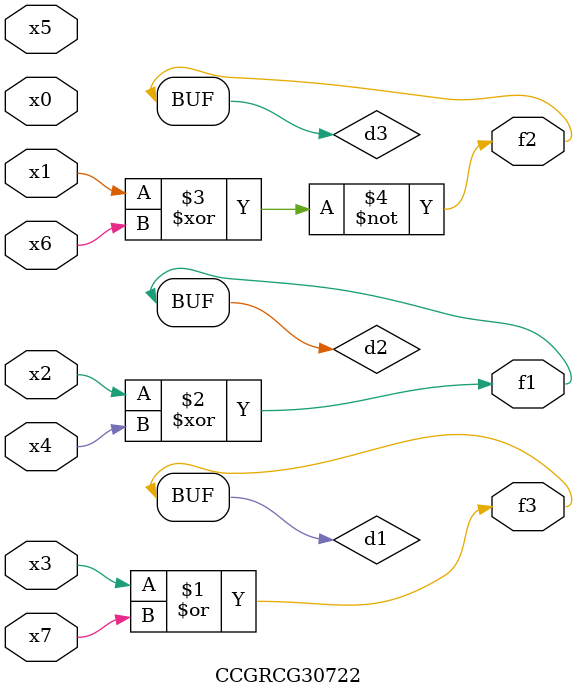
<source format=v>
module CCGRCG30722(
	input x0, x1, x2, x3, x4, x5, x6, x7,
	output f1, f2, f3
);

	wire d1, d2, d3;

	or (d1, x3, x7);
	xor (d2, x2, x4);
	xnor (d3, x1, x6);
	assign f1 = d2;
	assign f2 = d3;
	assign f3 = d1;
endmodule

</source>
